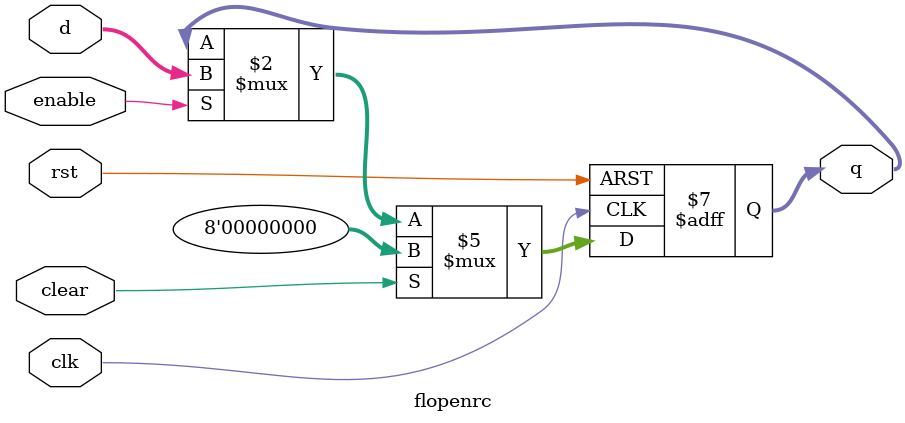
<source format=v>
`timescale 1ns / 1ps


module flopenrc #(parameter WIDTH = 8)(
    input wire clk,rst,enable,clear,
    input wire[WIDTH-1:0] d,
    output reg[WIDTH-1:0] q
    );
    always @(posedge clk, posedge rst) begin
        if(rst) begin
            q<=#1 0;
            end
        else if (clear) begin
            q<=#1 0;
            end
        else if (enable) begin
            q<=#1 d;
            end
     end
endmodule

</source>
